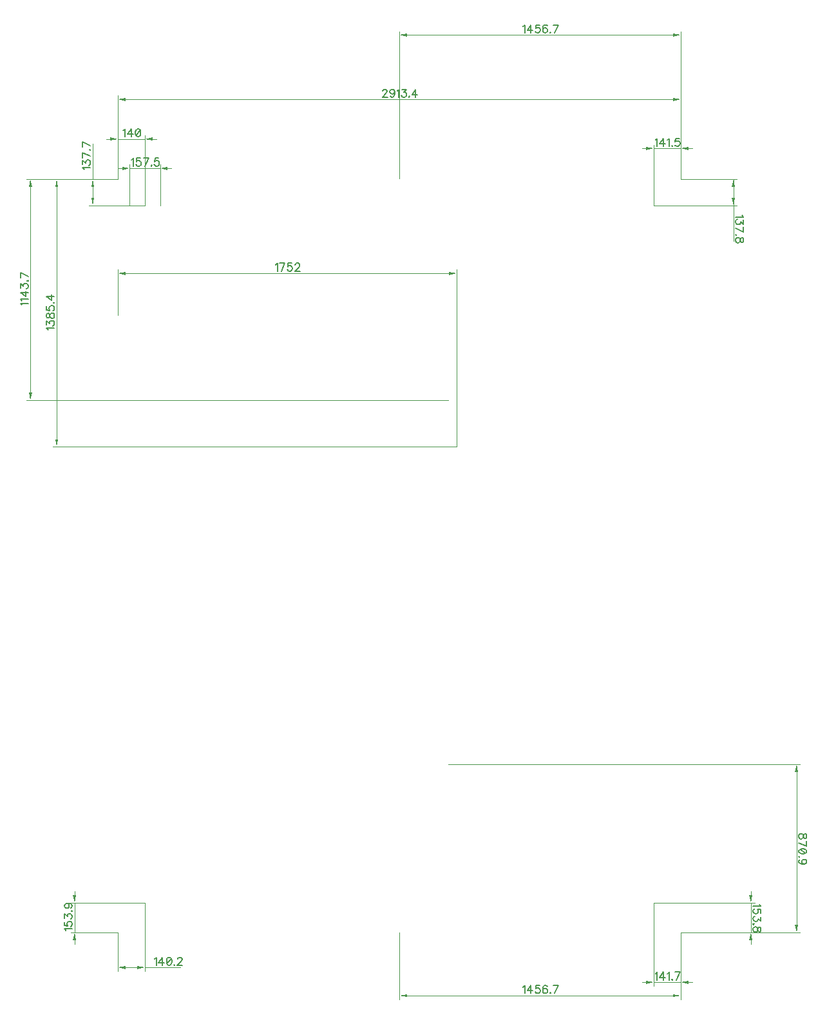
<source format=gbr>
G04 DipTrace 2.4.0.2*
%INTopDimension.gbr*%
%MOMM*%
%ADD13C,0.038*%
%ADD99C,0.157*%
%FSLAX53Y53*%
G04*
G71*
G90*
G75*
G01*
%LNTopDimension*%
%LPD*%
X44500Y63810D2*
D13*
X-8550D1*
X0Y99000D2*
X-8550D1*
X-8050Y81405D2*
Y64810D1*
G36*
Y63810D2*
X-8250Y64810D1*
X-7850D1*
X-8050Y63810D1*
G37*
Y81405D2*
D13*
Y98000D1*
G36*
Y99000D2*
X-7850Y98000D1*
X-8250D1*
X-8050Y99000D1*
G37*
X44500Y63810D2*
D13*
Y87100D1*
X0Y81150D2*
Y87100D1*
X22250Y86600D2*
X43500D1*
G36*
X44500D2*
X43500Y86400D1*
Y86800D1*
X44500Y86600D1*
G37*
X22250D2*
D13*
X1000D1*
G36*
X0D2*
X1000Y86800D1*
Y86400D1*
X0Y86600D1*
G37*
X43450Y69950D2*
D13*
X-12000D1*
X0Y99000D2*
X-12000D1*
X-11500Y84475D2*
Y70950D1*
G36*
Y69950D2*
X-11700Y70950D1*
X-11300D1*
X-11500Y69950D1*
G37*
Y84475D2*
D13*
Y98000D1*
G36*
Y99000D2*
X-11300Y98000D1*
X-11700D1*
X-11500Y99000D1*
G37*
X5557Y95503D2*
D13*
Y100900D1*
X1557Y95503D2*
Y100900D1*
Y100400D2*
X5557D1*
X57D2*
X557D1*
G36*
X1557D2*
X557Y100200D1*
Y100600D1*
X1557Y100400D1*
G37*
X7057D2*
D13*
X6557D1*
G36*
X5557D2*
X6557Y100600D1*
Y100200D1*
X5557Y100400D1*
G37*
X0Y99000D2*
D13*
Y104750D1*
X3557Y95503D2*
Y104750D1*
X0Y104250D2*
X3557D1*
X-1500D2*
X-1000D1*
G36*
X0D2*
X-1000Y104050D1*
Y104450D1*
X0Y104250D1*
G37*
X5057D2*
D13*
X4557D1*
G36*
X3557D2*
X4557Y104450D1*
Y104050D1*
X3557Y104250D1*
G37*
Y95503D2*
D13*
X-3800D1*
X0Y99000D2*
X-3800D1*
X-3300Y97252D2*
Y96503D1*
G36*
Y95503D2*
X-3500Y96503D1*
X-3100D1*
X-3300Y95503D1*
G37*
Y97252D2*
D13*
Y98000D1*
G36*
Y99000D2*
X-3100Y98000D1*
X-3500D1*
X-3300Y99000D1*
G37*
Y103638D2*
D13*
Y99000D1*
X70407Y95500D2*
Y103500D1*
X74000Y99000D2*
Y103500D1*
X70407Y103000D2*
X74000D1*
X68907D2*
X69407D1*
G36*
X70407D2*
X69407Y102800D1*
Y103200D1*
X70407Y103000D1*
G37*
X75500D2*
D13*
X75000D1*
G36*
X74000D2*
X75000Y103200D1*
Y102800D1*
X74000Y103000D1*
G37*
X70407Y95500D2*
D13*
X81400D1*
X74000Y99000D2*
X81400D1*
X80900Y97250D2*
Y96500D1*
G36*
Y95500D2*
X80700Y96500D1*
X81100D1*
X80900Y95500D1*
G37*
Y97250D2*
D13*
Y98000D1*
G36*
Y99000D2*
X81100Y98000D1*
X80700D1*
X80900Y99000D1*
G37*
Y90863D2*
D13*
Y99000D1*
X70400Y3907D2*
Y-7037D1*
X74000Y0D2*
Y-7037D1*
X70400Y-6537D2*
X74000D1*
X68900D2*
X69400D1*
G36*
X70400D2*
X69400Y-6737D1*
Y-6337D1*
X70400Y-6537D1*
G37*
X75500D2*
D13*
X75000D1*
G36*
X74000D2*
X75000Y-6337D1*
Y-6737D1*
X74000Y-6537D1*
G37*
X70400Y3907D2*
D13*
X83700D1*
X74000Y0D2*
X83700D1*
X83200Y3907D2*
Y0D1*
Y5407D2*
Y4907D1*
G36*
Y3907D2*
X83000Y4907D1*
X83400D1*
X83200Y3907D1*
G37*
Y-1500D2*
D13*
Y-1000D1*
G36*
Y0D2*
X83400Y-1000D1*
X83000D1*
X83200Y0D1*
G37*
X3560Y3910D2*
D13*
Y-5100D1*
X0Y0D2*
Y-5100D1*
X1780Y-4600D2*
X2560D1*
G36*
X3560D2*
X2560Y-4800D1*
Y-4400D1*
X3560Y-4600D1*
G37*
X1780D2*
D13*
X1000D1*
G36*
X0D2*
X1000Y-4400D1*
Y-4800D1*
X0Y-4600D1*
G37*
X8246D2*
D13*
X3560D1*
Y3910D2*
X-6200D1*
X0Y0D2*
X-6200D1*
X-5700Y3910D2*
Y0D1*
Y5410D2*
Y4910D1*
G36*
Y3910D2*
X-5900Y4910D1*
X-5500D1*
X-5700Y3910D1*
G37*
Y-1500D2*
D13*
Y-1000D1*
G36*
Y0D2*
X-5500Y-1000D1*
X-5900D1*
X-5700Y0D1*
G37*
X43400Y22120D2*
D13*
X89700D1*
X74000Y0D2*
X89700D1*
X89200Y11060D2*
Y21120D1*
G36*
Y22120D2*
X89400Y21120D1*
X89000D1*
X89200Y22120D1*
G37*
Y11060D2*
D13*
Y1000D1*
G36*
Y0D2*
X89000Y1000D1*
X89400D1*
X89200Y0D1*
G37*
X0Y99000D2*
D13*
Y109950D1*
X74000Y99000D2*
Y109950D1*
X37000Y109450D2*
X1000D1*
G36*
X0D2*
X1000Y109650D1*
Y109250D1*
X0Y109450D1*
G37*
X37000D2*
D13*
X73000D1*
G36*
X74000D2*
X73000Y109250D1*
Y109650D1*
X74000Y109450D1*
G37*
Y99000D2*
D13*
Y118400D1*
X37000Y99050D2*
Y118400D1*
X55500Y117900D2*
X73000D1*
G36*
X74000D2*
X73000Y117700D1*
Y118100D1*
X74000Y117900D1*
G37*
X55500D2*
D13*
X38000D1*
G36*
X37000D2*
X38000Y118100D1*
Y117700D1*
X37000Y117900D1*
G37*
X74000Y0D2*
D13*
Y-8800D1*
X37000Y0D2*
Y-8800D1*
X55500Y-8300D2*
X73000D1*
G36*
X74000D2*
X73000Y-8500D1*
Y-8100D1*
X74000Y-8300D1*
G37*
X55500D2*
D13*
X38000D1*
G36*
X37000D2*
X38000Y-8100D1*
Y-8500D1*
X37000Y-8300D1*
G37*
X-9186Y79144D2*
D99*
X-9235Y79241D1*
X-9380Y79387D1*
X-8360D1*
X-9380Y79799D2*
Y80332D1*
X-8991Y80041D1*
Y80187D1*
X-8943Y80284D1*
X-8895Y80332D1*
X-8749Y80382D1*
X-8652D1*
X-8506Y80332D1*
X-8408Y80236D1*
X-8360Y80090D1*
Y79944D1*
X-8408Y79799D1*
X-8458Y79751D1*
X-8554Y79701D1*
X-9380Y80938D2*
X-9332Y80793D1*
X-9235Y80744D1*
X-9137D1*
X-9041Y80793D1*
X-8991Y80890D1*
X-8943Y81084D1*
X-8895Y81230D1*
X-8797Y81327D1*
X-8700Y81375D1*
X-8554D1*
X-8458Y81327D1*
X-8408Y81278D1*
X-8360Y81132D1*
Y80938D1*
X-8408Y80793D1*
X-8458Y80744D1*
X-8554Y80695D1*
X-8700D1*
X-8797Y80744D1*
X-8895Y80841D1*
X-8943Y80986D1*
X-8991Y81181D1*
X-9041Y81278D1*
X-9137Y81327D1*
X-9235D1*
X-9332Y81278D1*
X-9380Y81132D1*
Y80938D1*
Y82271D2*
Y81786D1*
X-8943Y81738D1*
X-8991Y81786D1*
X-9041Y81932D1*
Y82077D1*
X-8991Y82223D1*
X-8895Y82321D1*
X-8749Y82369D1*
X-8652D1*
X-8506Y82321D1*
X-8408Y82223D1*
X-8360Y82077D1*
Y81932D1*
X-8408Y81786D1*
X-8458Y81738D1*
X-8554Y81689D1*
X-8458Y82731D2*
X-8408Y82683D1*
X-8360Y82731D1*
X-8408Y82781D1*
X-8458Y82731D1*
X-8360Y83581D2*
X-9380D1*
X-8700Y83094D1*
Y83823D1*
X20715Y87736D2*
X20813Y87785D1*
X20959Y87930D1*
Y86910D1*
X21467D2*
X21953Y87930D1*
X21273D1*
X22850D2*
X22365D1*
X22316Y87493D1*
X22365Y87541D1*
X22511Y87591D1*
X22655D1*
X22801Y87541D1*
X22899Y87445D1*
X22947Y87299D1*
Y87202D1*
X22899Y87056D1*
X22801Y86958D1*
X22655Y86910D1*
X22511D1*
X22365Y86958D1*
X22316Y87008D1*
X22267Y87104D1*
X23311Y87687D2*
Y87736D1*
X23359Y87833D1*
X23407Y87882D1*
X23505Y87930D1*
X23699D1*
X23796Y87882D1*
X23844Y87833D1*
X23893Y87736D1*
Y87639D1*
X23844Y87541D1*
X23747Y87396D1*
X23261Y86910D1*
X23942D1*
X-12636Y82432D2*
X-12685Y82529D1*
X-12830Y82675D1*
X-11810D1*
X-12636Y82989D2*
X-12685Y83087D1*
X-12830Y83233D1*
X-11810D1*
Y84033D2*
X-12830D1*
X-12150Y83546D1*
Y84275D1*
X-12830Y84687D2*
Y85220D1*
X-12441Y84929D1*
Y85075D1*
X-12393Y85172D1*
X-12345Y85220D1*
X-12199Y85270D1*
X-12102D1*
X-11956Y85220D1*
X-11858Y85124D1*
X-11810Y84978D1*
Y84832D1*
X-11858Y84687D1*
X-11908Y84638D1*
X-12004Y84589D1*
X-11908Y85632D2*
X-11858Y85583D1*
X-11810Y85632D1*
X-11858Y85681D1*
X-11908Y85632D1*
X-11810Y86189D2*
X-12830Y86675D1*
Y85995D1*
X1816Y101536D2*
X1914Y101585D1*
X2060Y101730D1*
Y100710D1*
X2956Y101730D2*
X2471D1*
X2423Y101293D1*
X2471Y101341D1*
X2617Y101391D1*
X2762D1*
X2908Y101341D1*
X3006Y101245D1*
X3054Y101099D1*
Y101002D1*
X3006Y100856D1*
X2908Y100758D1*
X2762Y100710D1*
X2617D1*
X2471Y100758D1*
X2423Y100808D1*
X2373Y100904D1*
X3562Y100710D2*
X4048Y101730D1*
X3368D1*
X4410Y100808D2*
X4362Y100758D1*
X4410Y100710D1*
X4460Y100758D1*
X4410Y100808D1*
X5356Y101730D2*
X4871D1*
X4823Y101293D1*
X4871Y101341D1*
X5017Y101391D1*
X5162D1*
X5308Y101341D1*
X5406Y101245D1*
X5454Y101099D1*
Y101002D1*
X5406Y100856D1*
X5308Y100758D1*
X5162Y100710D1*
X5017D1*
X4871Y100758D1*
X4823Y100808D1*
X4774Y100904D1*
X716Y105386D2*
X814Y105435D1*
X960Y105580D1*
Y104560D1*
X1760D2*
Y105580D1*
X1274Y104900D1*
X2003D1*
X2608Y105580D2*
X2462Y105532D1*
X2365Y105386D1*
X2316Y105143D1*
Y104997D1*
X2365Y104754D1*
X2462Y104608D1*
X2608Y104560D1*
X2705D1*
X2851Y104608D1*
X2948Y104754D1*
X2997Y104997D1*
Y105143D1*
X2948Y105386D1*
X2851Y105532D1*
X2705Y105580D1*
X2608D1*
X2948Y105386D2*
X2365Y104754D1*
X-4436Y100235D2*
X-4485Y100333D1*
X-4630Y100479D1*
X-3610D1*
X-4630Y100890D2*
Y101424D1*
X-4241Y101133D1*
Y101279D1*
X-4193Y101376D1*
X-4145Y101424D1*
X-3999Y101473D1*
X-3902D1*
X-3756Y101424D1*
X-3658Y101327D1*
X-3610Y101181D1*
Y101035D1*
X-3658Y100890D1*
X-3708Y100842D1*
X-3804Y100793D1*
X-3610Y101981D2*
X-4630Y102468D1*
Y101787D1*
X-3708Y102830D2*
X-3658Y102781D1*
X-3610Y102830D1*
X-3658Y102879D1*
X-3708Y102830D1*
X-3610Y103387D2*
X-4630Y103873D1*
Y103193D1*
X70657Y104136D2*
X70755Y104185D1*
X70901Y104330D1*
Y103310D1*
X71701D2*
Y104330D1*
X71214Y103650D1*
X71943D1*
X72257Y104136D2*
X72355Y104185D1*
X72501Y104330D1*
Y103310D1*
X72863Y103408D2*
X72814Y103358D1*
X72863Y103310D1*
X72912Y103358D1*
X72863Y103408D1*
X73809Y104330D2*
X73324D1*
X73275Y103893D1*
X73324Y103941D1*
X73470Y103991D1*
X73615D1*
X73761Y103941D1*
X73858Y103845D1*
X73907Y103699D1*
Y103602D1*
X73858Y103456D1*
X73761Y103358D1*
X73615Y103310D1*
X73470D1*
X73324Y103358D1*
X73275Y103408D1*
X73226Y103504D1*
X82036Y94265D2*
X82085Y94167D1*
X82230Y94021D1*
X81210D1*
X82230Y93610D2*
Y93076D1*
X81841Y93367D1*
Y93221D1*
X81793Y93124D1*
X81745Y93076D1*
X81599Y93027D1*
X81502D1*
X81356Y93076D1*
X81258Y93173D1*
X81210Y93319D1*
Y93465D1*
X81258Y93610D1*
X81308Y93658D1*
X81404Y93707D1*
X81210Y92519D2*
X82230Y92032D1*
Y92713D1*
X81308Y91670D2*
X81258Y91719D1*
X81210Y91670D1*
X81258Y91621D1*
X81308Y91670D1*
X82230Y91065D2*
X82182Y91210D1*
X82085Y91259D1*
X81987D1*
X81891Y91210D1*
X81841Y91113D1*
X81793Y90919D1*
X81745Y90773D1*
X81647Y90676D1*
X81550Y90628D1*
X81404D1*
X81308Y90676D1*
X81258Y90724D1*
X81210Y90870D1*
Y91065D1*
X81258Y91210D1*
X81308Y91259D1*
X81404Y91307D1*
X81550D1*
X81647Y91259D1*
X81745Y91161D1*
X81793Y91016D1*
X81841Y90822D1*
X81891Y90724D1*
X81987Y90676D1*
X82085D1*
X82182Y90724D1*
X82230Y90870D1*
Y91065D1*
X70654Y-5401D2*
X70751Y-5352D1*
X70897Y-5207D1*
Y-6227D1*
X71697D2*
Y-5207D1*
X71211Y-5886D1*
X71940D1*
X72254Y-5401D2*
X72351Y-5352D1*
X72497Y-5207D1*
Y-6227D1*
X72859Y-6129D2*
X72811Y-6178D1*
X72859Y-6227D1*
X72909Y-6178D1*
X72859Y-6129D1*
X73417Y-6227D2*
X73903Y-5207D1*
X73223D1*
X84336Y3693D2*
X84385Y3596D1*
X84530Y3450D1*
X83510D1*
X84530Y2553D2*
Y3038D1*
X84093Y3087D1*
X84141Y3038D1*
X84191Y2892D1*
Y2747D1*
X84141Y2601D1*
X84045Y2504D1*
X83899Y2455D1*
X83802D1*
X83656Y2504D1*
X83558Y2601D1*
X83510Y2747D1*
Y2892D1*
X83558Y3038D1*
X83608Y3087D1*
X83704Y3136D1*
X84530Y2044D2*
Y1510D1*
X84141Y1801D1*
Y1655D1*
X84093Y1559D1*
X84045Y1510D1*
X83899Y1461D1*
X83802D1*
X83656Y1510D1*
X83558Y1607D1*
X83510Y1753D1*
Y1899D1*
X83558Y2044D1*
X83608Y2092D1*
X83704Y2142D1*
X83608Y1099D2*
X83558Y1147D1*
X83510Y1099D1*
X83558Y1050D1*
X83608Y1099D1*
X84530Y493D2*
X84482Y638D1*
X84385Y688D1*
X84287D1*
X84191Y638D1*
X84141Y542D1*
X84093Y347D1*
X84045Y201D1*
X83947Y105D1*
X83850Y56D1*
X83704D1*
X83608Y105D1*
X83558Y153D1*
X83510Y299D1*
Y493D1*
X83558Y638D1*
X83608Y688D1*
X83704Y736D1*
X83850D1*
X83947Y688D1*
X84045Y590D1*
X84093Y445D1*
X84141Y251D1*
X84191Y153D1*
X84287Y105D1*
X84385D1*
X84482Y153D1*
X84530Y299D1*
Y493D1*
X4795Y-3464D2*
X4893Y-3415D1*
X5039Y-3270D1*
Y-4290D1*
X5839D2*
Y-3270D1*
X5353Y-3950D1*
X6082D1*
X6687Y-3270D2*
X6541Y-3318D1*
X6444Y-3464D1*
X6395Y-3707D1*
Y-3853D1*
X6444Y-4096D1*
X6541Y-4242D1*
X6687Y-4290D1*
X6784D1*
X6930Y-4242D1*
X7026Y-4096D1*
X7076Y-3853D1*
Y-3707D1*
X7026Y-3464D1*
X6930Y-3318D1*
X6784Y-3270D1*
X6687D1*
X7026Y-3464D2*
X6444Y-4096D1*
X7438Y-4192D2*
X7390Y-4242D1*
X7438Y-4290D1*
X7487Y-4242D1*
X7438Y-4192D1*
X7850Y-3513D2*
Y-3464D1*
X7899Y-3367D1*
X7947Y-3318D1*
X8045Y-3270D1*
X8239D1*
X8336Y-3318D1*
X8384Y-3367D1*
X8433Y-3464D1*
Y-3561D1*
X8384Y-3659D1*
X8287Y-3804D1*
X7801Y-4290D1*
X8482D1*
X-6836Y239D2*
X-6885Y336D1*
X-7030Y482D1*
X-6010D1*
X-7030Y1379D2*
Y894D1*
X-6593Y845D1*
X-6641Y894D1*
X-6691Y1040D1*
Y1185D1*
X-6641Y1331D1*
X-6545Y1428D1*
X-6399Y1477D1*
X-6302D1*
X-6156Y1428D1*
X-6058Y1331D1*
X-6010Y1185D1*
Y1040D1*
X-6058Y894D1*
X-6108Y845D1*
X-6204Y796D1*
X-7030Y1888D2*
Y2421D1*
X-6641Y2131D1*
Y2277D1*
X-6593Y2373D1*
X-6545Y2421D1*
X-6399Y2471D1*
X-6302D1*
X-6156Y2421D1*
X-6058Y2325D1*
X-6010Y2179D1*
Y2033D1*
X-6058Y1888D1*
X-6108Y1840D1*
X-6204Y1790D1*
X-6108Y2833D2*
X-6058Y2785D1*
X-6010Y2833D1*
X-6058Y2882D1*
X-6108Y2833D1*
X-6691Y3828D2*
X-6545Y3779D1*
X-6447Y3682D1*
X-6399Y3536D1*
Y3488D1*
X-6447Y3342D1*
X-6545Y3245D1*
X-6691Y3196D1*
X-6739D1*
X-6885Y3245D1*
X-6982Y3342D1*
X-7030Y3488D1*
Y3536D1*
X-6982Y3682D1*
X-6885Y3779D1*
X-6691Y3828D1*
X-6447D1*
X-6204Y3779D1*
X-6058Y3682D1*
X-6010Y3536D1*
Y3440D1*
X-6058Y3294D1*
X-6156Y3245D1*
X90530Y12752D2*
X90482Y12897D1*
X90385Y12946D1*
X90287D1*
X90191Y12897D1*
X90141Y12800D1*
X90093Y12606D1*
X90045Y12460D1*
X89947Y12363D1*
X89850Y12315D1*
X89704D1*
X89608Y12363D1*
X89558Y12411D1*
X89510Y12557D1*
Y12752D1*
X89558Y12897D1*
X89608Y12946D1*
X89704Y12994D1*
X89850D1*
X89947Y12946D1*
X90045Y12848D1*
X90093Y12703D1*
X90141Y12509D1*
X90191Y12411D1*
X90287Y12363D1*
X90385D1*
X90482Y12411D1*
X90530Y12557D1*
Y12752D1*
X89510Y11807D2*
X90530Y11321D1*
Y12001D1*
Y10715D2*
X90482Y10861D1*
X90336Y10959D1*
X90093Y11007D1*
X89947D1*
X89704Y10959D1*
X89558Y10861D1*
X89510Y10715D1*
Y10618D1*
X89558Y10472D1*
X89704Y10376D1*
X89947Y10326D1*
X90093D1*
X90336Y10376D1*
X90482Y10472D1*
X90530Y10618D1*
Y10715D1*
X90336Y10376D2*
X89704Y10959D1*
X89608Y9964D2*
X89558Y10013D1*
X89510Y9964D1*
X89558Y9915D1*
X89608Y9964D1*
X90191Y8969D2*
X90045Y9018D1*
X89947Y9115D1*
X89899Y9261D1*
Y9309D1*
X89947Y9455D1*
X90045Y9552D1*
X90191Y9601D1*
X90239D1*
X90385Y9552D1*
X90482Y9455D1*
X90530Y9309D1*
Y9261D1*
X90482Y9115D1*
X90385Y9018D1*
X90191Y8969D1*
X89947D1*
X89704Y9018D1*
X89558Y9115D1*
X89510Y9261D1*
Y9357D1*
X89558Y9503D1*
X89656Y9552D1*
X34812Y110537D2*
Y110586D1*
X34860Y110683D1*
X34908Y110732D1*
X35006Y110780D1*
X35200D1*
X35297Y110732D1*
X35345Y110683D1*
X35395Y110586D1*
Y110489D1*
X35345Y110391D1*
X35249Y110246D1*
X34762Y109760D1*
X35443D1*
X36389Y110441D2*
X36339Y110295D1*
X36243Y110197D1*
X36097Y110149D1*
X36049D1*
X35903Y110197D1*
X35806Y110295D1*
X35757Y110441D1*
Y110489D1*
X35806Y110635D1*
X35903Y110732D1*
X36049Y110780D1*
X36097D1*
X36243Y110732D1*
X36339Y110635D1*
X36389Y110441D1*
Y110197D1*
X36339Y109954D1*
X36243Y109808D1*
X36097Y109760D1*
X36000D1*
X35854Y109808D1*
X35806Y109906D1*
X36703Y110586D2*
X36800Y110635D1*
X36946Y110780D1*
Y109760D1*
X37358Y110780D2*
X37891D1*
X37600Y110391D1*
X37746D1*
X37843Y110343D1*
X37891Y110295D1*
X37941Y110149D1*
Y110052D1*
X37891Y109906D1*
X37795Y109808D1*
X37649Y109760D1*
X37503D1*
X37358Y109808D1*
X37309Y109858D1*
X37260Y109954D1*
X38303Y109858D2*
X38254Y109808D1*
X38303Y109760D1*
X38352Y109808D1*
X38303Y109858D1*
X39152Y109760D2*
Y110780D1*
X38666Y110100D1*
X39395D1*
X53263Y119036D2*
X53361Y119085D1*
X53507Y119230D1*
Y118210D1*
X54307D2*
Y119230D1*
X53820Y118550D1*
X54549D1*
X55446Y119230D2*
X54961D1*
X54912Y118793D1*
X54961Y118841D1*
X55107Y118891D1*
X55251D1*
X55397Y118841D1*
X55495Y118745D1*
X55543Y118599D1*
Y118502D1*
X55495Y118356D1*
X55397Y118258D1*
X55251Y118210D1*
X55107D1*
X54961Y118258D1*
X54912Y118308D1*
X54863Y118404D1*
X56440Y119085D2*
X56392Y119182D1*
X56246Y119230D1*
X56149D1*
X56003Y119182D1*
X55905Y119036D1*
X55857Y118793D1*
Y118550D1*
X55905Y118356D1*
X56003Y118258D1*
X56149Y118210D1*
X56197D1*
X56342Y118258D1*
X56440Y118356D1*
X56488Y118502D1*
Y118550D1*
X56440Y118696D1*
X56342Y118793D1*
X56197Y118841D1*
X56149D1*
X56003Y118793D1*
X55905Y118696D1*
X55857Y118550D1*
X56850Y118308D2*
X56802Y118258D1*
X56850Y118210D1*
X56900Y118258D1*
X56850Y118308D1*
X57408Y118210D2*
X57894Y119230D1*
X57213D1*
X53263Y-7164D2*
X53361Y-7115D1*
X53507Y-6970D1*
Y-7990D1*
X54307D2*
Y-6970D1*
X53820Y-7650D1*
X54549D1*
X55446Y-6970D2*
X54961D1*
X54912Y-7407D1*
X54961Y-7359D1*
X55107Y-7309D1*
X55251D1*
X55397Y-7359D1*
X55495Y-7455D1*
X55543Y-7601D1*
Y-7698D1*
X55495Y-7844D1*
X55397Y-7942D1*
X55251Y-7990D1*
X55107D1*
X54961Y-7942D1*
X54912Y-7892D1*
X54863Y-7796D1*
X56440Y-7115D2*
X56392Y-7018D1*
X56246Y-6970D1*
X56149D1*
X56003Y-7018D1*
X55905Y-7164D1*
X55857Y-7407D1*
Y-7650D1*
X55905Y-7844D1*
X56003Y-7942D1*
X56149Y-7990D1*
X56197D1*
X56342Y-7942D1*
X56440Y-7844D1*
X56488Y-7698D1*
Y-7650D1*
X56440Y-7504D1*
X56342Y-7407D1*
X56197Y-7359D1*
X56149D1*
X56003Y-7407D1*
X55905Y-7504D1*
X55857Y-7650D1*
X56850Y-7892D2*
X56802Y-7942D1*
X56850Y-7990D1*
X56900Y-7942D1*
X56850Y-7892D1*
X57408Y-7990D2*
X57894Y-6970D1*
X57213D1*
M02*

</source>
